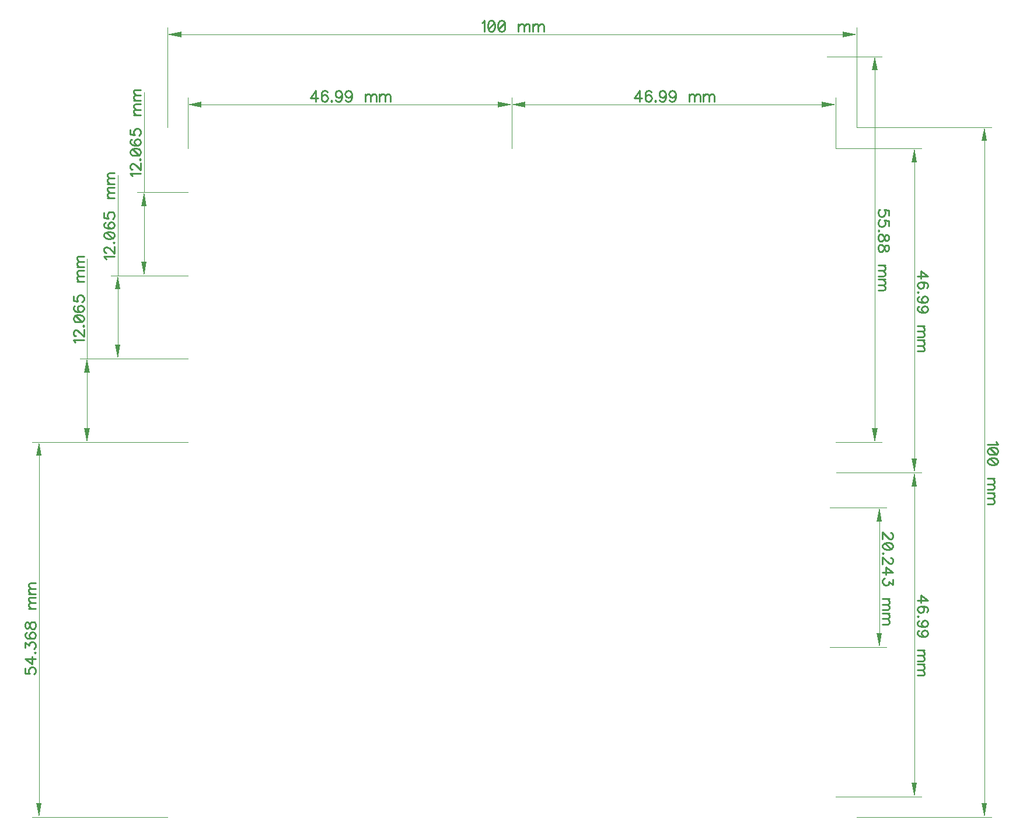
<source format=gbr>
G04 DipTrace 4.3.0.5*
G04 TopDimension.gbr*
%MOMM*%
G04 #@! TF.FileFunction,Drawing,Top*
G04 #@! TF.Part,Single*
%ADD15C,0.035*%
%ADD114C,0.23529*%
%FSLAX35Y35*%
G04*
G71*
G90*
G75*
G01*
G04 TopDimension*
%LPD*%
X5006877Y-4992253D2*
D15*
X6958000D1*
X5006877Y5007747D2*
X6958000D1*
X6858000Y7747D2*
Y-4792253D1*
G36*
Y-4992253D2*
X6818000Y-4792253D1*
X6898000D1*
X6858000Y-4992253D1*
G37*
Y7747D2*
D15*
Y4807747D1*
G36*
Y5007747D2*
X6898000Y4807747D1*
X6818000D1*
X6858000Y5007747D1*
G37*
X4617503Y-2532253D2*
D15*
X5434000D1*
X4617503Y-508000D2*
X5434000D1*
X5334000Y-1520127D2*
Y-2332253D1*
G36*
Y-2532253D2*
X5294000Y-2332253D1*
X5374000D1*
X5334000Y-2532253D1*
G37*
Y-1520127D2*
D15*
Y-708000D1*
G36*
Y-508000D2*
X5374000Y-708000D1*
X5294000D1*
X5334000Y-508000D1*
G37*
X-4993123Y5007747D2*
D15*
Y6450000D1*
X5006877Y5007747D2*
Y6450000D1*
X6877Y6350000D2*
X-4793123D1*
G36*
X-4993123D2*
X-4793123Y6390000D1*
Y6310000D1*
X-4993123Y6350000D1*
G37*
X6877D2*
D15*
X4806877D1*
G36*
X5006877D2*
X4806877Y6310000D1*
Y6390000D1*
X5006877Y6350000D1*
G37*
X-4699000Y4699000D2*
D15*
Y5434000D1*
X0Y4699000D2*
Y5434000D1*
X-2349500Y5334000D2*
X-4499000D1*
G36*
X-4699000D2*
X-4499000Y5374000D1*
Y5294000D1*
X-4699000Y5334000D1*
G37*
X-2349500D2*
D15*
X-200000D1*
G36*
X0D2*
X-200000Y5294000D1*
Y5374000D1*
X0Y5334000D1*
G37*
Y4699000D2*
D15*
Y5434000D1*
X4699000Y4699000D2*
Y5434000D1*
X2349500Y5334000D2*
X200000D1*
G36*
X0D2*
X200000Y5374000D1*
Y5294000D1*
X0Y5334000D1*
G37*
X2349500D2*
D15*
X4499000D1*
G36*
X4699000D2*
X4499000Y5294000D1*
Y5374000D1*
X4699000Y5334000D1*
G37*
Y4699000D2*
D15*
X5942000D1*
X4712753Y0D2*
X5942000D1*
X5842000Y2349500D2*
Y4499000D1*
G36*
Y4699000D2*
X5882000Y4499000D1*
X5802000D1*
X5842000Y4699000D1*
G37*
Y2349500D2*
D15*
Y200000D1*
G36*
Y0D2*
X5802000Y200000D1*
X5882000D1*
X5842000Y0D1*
G37*
X4699000Y-4699000D2*
D15*
X5942000D1*
X4712753Y0D2*
X5942000D1*
X5842000Y-2349500D2*
Y-4499000D1*
G36*
Y-4699000D2*
X5802000Y-4499000D1*
X5882000D1*
X5842000Y-4699000D1*
G37*
Y-2349500D2*
D15*
Y-200000D1*
G36*
Y0D2*
X5882000Y-200000D1*
X5802000D1*
X5842000Y0D1*
G37*
X-4993123Y-4992253D2*
D15*
X-6958000D1*
X-4699000Y444500D2*
X-6958000D1*
X-6858000Y-2273877D2*
Y-4792253D1*
G36*
Y-4992253D2*
X-6898000Y-4792253D1*
X-6818000D1*
X-6858000Y-4992253D1*
G37*
Y-2273877D2*
D15*
Y244500D1*
G36*
Y444500D2*
X-6818000Y244500D1*
X-6898000D1*
X-6858000Y444500D1*
G37*
X4572000Y6032500D2*
D15*
X5370500D1*
X4699000Y444500D2*
X5370500D1*
X5270500Y3238500D2*
Y5832500D1*
G36*
Y6032500D2*
X5310500Y5832500D1*
X5230500D1*
X5270500Y6032500D1*
G37*
Y3238500D2*
D15*
Y644500D1*
G36*
Y444500D2*
X5230500Y644500D1*
X5310500D1*
X5270500Y444500D1*
G37*
X-4699000Y4064000D2*
D15*
X-5434000D1*
X-4784000Y2857500D2*
X-5434000D1*
X-5334000Y3460750D2*
Y3864000D1*
G36*
Y4064000D2*
X-5294000Y3864000D1*
X-5374000D1*
X-5334000Y4064000D1*
G37*
Y3460750D2*
D15*
Y3057500D1*
G36*
Y2857500D2*
X-5374000Y3057500D1*
X-5294000D1*
X-5334000Y2857500D1*
G37*
Y5514786D2*
D15*
Y4064000D1*
X-4699000Y2857500D2*
X-5815000D1*
X-4699000Y1651000D2*
X-5815000D1*
X-5715000Y2254250D2*
Y2657500D1*
G36*
Y2857500D2*
X-5675000Y2657500D1*
X-5755000D1*
X-5715000Y2857500D1*
G37*
Y2254250D2*
D15*
Y1851000D1*
G36*
Y1651000D2*
X-5755000Y1851000D1*
X-5675000D1*
X-5715000Y1651000D1*
G37*
Y4308286D2*
D15*
Y2857500D1*
X-4699000Y1651000D2*
X-6259500D1*
X-4699000Y444500D2*
X-6259500D1*
X-6159500Y1047750D2*
Y1451000D1*
G36*
Y1651000D2*
X-6119500Y1451000D1*
X-6199500D1*
X-6159500Y1651000D1*
G37*
Y1047750D2*
D15*
Y644500D1*
G36*
Y444500D2*
X-6199500Y644500D1*
X-6119500D1*
X-6159500Y444500D1*
G37*
Y3101786D2*
D15*
Y1651000D1*
X7028342Y445077D2*
D114*
X7035755Y430421D1*
X7057486Y408521D1*
X6904523D1*
X7057486Y317662D2*
X7050242Y339562D1*
X7028342Y354218D1*
X6991955Y361462D1*
X6970055D1*
X6933667Y354218D1*
X6911767Y339562D1*
X6904523Y317662D1*
Y303174D1*
X6911767Y281274D1*
X6933667Y266787D1*
X6970055Y259374D1*
X6991955D1*
X7028342Y266787D1*
X7050242Y281274D1*
X7057486Y303174D1*
Y317662D1*
X7028342Y266787D2*
X6933667Y354218D1*
X7057486Y168516D2*
X7050242Y190416D1*
X7028342Y205072D1*
X6991955Y212316D1*
X6970055D1*
X6933667Y205072D1*
X6911767Y190416D1*
X6904523Y168516D1*
Y154028D1*
X6911767Y132128D1*
X6933667Y117640D1*
X6970055Y110228D1*
X6991955D1*
X7028342Y117640D1*
X7050242Y132128D1*
X7057486Y154028D1*
Y168516D1*
X7028342Y117640D2*
X6933667Y205072D1*
X7006611Y-84967D2*
X6904523D1*
X6977467D2*
X6999367Y-106867D1*
X7006611Y-121523D1*
Y-143254D1*
X6999367Y-157911D1*
X6977467Y-165154D1*
X6904523D1*
X6977467D2*
X6999367Y-187054D1*
X7006611Y-201711D1*
Y-223442D1*
X6999367Y-238098D1*
X6977467Y-245511D1*
X6904523D1*
X7006611Y-292569D2*
X6904523D1*
X6977467D2*
X6999367Y-314469D1*
X7006611Y-329125D1*
Y-350857D1*
X6999367Y-365513D1*
X6977467Y-372757D1*
X6904523D1*
X6977467D2*
X6999367Y-394657D1*
X7006611Y-409313D1*
Y-431045D1*
X6999367Y-445701D1*
X6977467Y-453113D1*
X6904523D1*
X5497098Y-873817D2*
X5504342D1*
X5518998Y-881061D1*
X5526242Y-888305D1*
X5533486Y-902961D1*
Y-932105D1*
X5526242Y-946592D1*
X5518998Y-953836D1*
X5504342Y-961248D1*
X5489855D1*
X5475198Y-953836D1*
X5453467Y-939348D1*
X5380523Y-866405D1*
Y-968492D1*
X5533486Y-1059351D2*
X5526242Y-1037451D1*
X5504342Y-1022795D1*
X5467955Y-1015551D1*
X5446055D1*
X5409667Y-1022795D1*
X5387767Y-1037451D1*
X5380523Y-1059351D1*
Y-1073839D1*
X5387767Y-1095739D1*
X5409667Y-1110226D1*
X5446055Y-1117639D1*
X5467955D1*
X5504342Y-1110226D1*
X5526242Y-1095739D1*
X5533486Y-1073839D1*
Y-1059351D1*
X5504342Y-1110226D2*
X5409667Y-1022795D1*
X5395179Y-1171941D2*
X5387767Y-1164698D1*
X5380523Y-1171941D1*
X5387767Y-1179354D1*
X5395179Y-1171941D1*
X5497098Y-1233825D2*
X5504342D1*
X5518998Y-1241069D1*
X5526242Y-1248313D1*
X5533486Y-1262969D1*
Y-1292113D1*
X5526242Y-1306600D1*
X5518998Y-1313844D1*
X5504342Y-1321256D1*
X5489855D1*
X5475198Y-1313844D1*
X5453467Y-1299356D1*
X5380523Y-1226413D1*
Y-1328500D1*
Y-1448503D2*
X5533486D1*
X5431567Y-1375559D1*
Y-1484891D1*
X5533486Y-1546606D2*
Y-1626625D1*
X5475198Y-1582993D1*
Y-1604893D1*
X5467955Y-1619381D1*
X5460711Y-1626625D1*
X5438811Y-1634037D1*
X5424323D1*
X5402423Y-1626625D1*
X5387767Y-1612137D1*
X5380523Y-1590237D1*
Y-1568337D1*
X5387767Y-1546606D1*
X5395179Y-1539362D1*
X5409667Y-1531949D1*
X5482611Y-1829232D2*
X5380523D1*
X5453467D2*
X5475367Y-1851132D1*
X5482611Y-1865788D1*
Y-1887519D1*
X5475367Y-1902176D1*
X5453467Y-1909419D1*
X5380523D1*
X5453467D2*
X5475367Y-1931319D1*
X5482611Y-1945976D1*
Y-1967707D1*
X5475367Y-1982363D1*
X5453467Y-1989776D1*
X5380523D1*
X5482611Y-2036834D2*
X5380523D1*
X5453467D2*
X5475367Y-2058734D1*
X5482611Y-2073391D1*
Y-2095122D1*
X5475367Y-2109778D1*
X5453467Y-2117022D1*
X5380523D1*
X5453467D2*
X5475367Y-2138922D1*
X5482611Y-2153578D1*
Y-2175310D1*
X5475367Y-2189966D1*
X5453467Y-2197378D1*
X5380523D1*
X-430454Y6520342D2*
X-415798Y6527755D1*
X-393898Y6549486D1*
Y6396523D1*
X-303039Y6549486D2*
X-324939Y6542242D1*
X-339595Y6520342D1*
X-346839Y6483955D1*
Y6462055D1*
X-339595Y6425667D1*
X-324939Y6403767D1*
X-303039Y6396523D1*
X-288551D1*
X-266651Y6403767D1*
X-252163Y6425667D1*
X-244751Y6462055D1*
Y6483955D1*
X-252163Y6520342D1*
X-266651Y6542242D1*
X-288551Y6549486D1*
X-303039D1*
X-252163Y6520342D2*
X-339595Y6425667D1*
X-153892Y6549486D2*
X-175792Y6542242D1*
X-190448Y6520342D1*
X-197692Y6483955D1*
Y6462055D1*
X-190448Y6425667D1*
X-175792Y6403767D1*
X-153892Y6396523D1*
X-139405D1*
X-117505Y6403767D1*
X-103017Y6425667D1*
X-95605Y6462055D1*
Y6483955D1*
X-103017Y6520342D1*
X-117505Y6542242D1*
X-139405Y6549486D1*
X-153892D1*
X-103017Y6520342D2*
X-190448Y6425667D1*
X99590Y6498611D2*
Y6396523D1*
Y6469467D2*
X121490Y6491367D1*
X136146Y6498611D1*
X157878D1*
X172534Y6491367D1*
X179778Y6469467D1*
Y6396523D1*
Y6469467D2*
X201678Y6491367D1*
X216334Y6498611D1*
X238065D1*
X252722Y6491367D1*
X260134Y6469467D1*
Y6396523D1*
X307193Y6498611D2*
Y6396523D1*
Y6469467D2*
X329093Y6491367D1*
X343749Y6498611D1*
X365480D1*
X380137Y6491367D1*
X387380Y6469467D1*
Y6396523D1*
Y6469467D2*
X409280Y6491367D1*
X423937Y6498611D1*
X445668D1*
X460324Y6491367D1*
X467737Y6469467D1*
Y6396523D1*
X-2844755Y5380523D2*
Y5533486D1*
X-2917699Y5431567D1*
X-2808367D1*
X-2673877Y5511755D2*
X-2681121Y5526242D1*
X-2703021Y5533486D1*
X-2717509D1*
X-2739409Y5526242D1*
X-2754065Y5504342D1*
X-2761309Y5467955D1*
Y5431567D1*
X-2754065Y5402423D1*
X-2739409Y5387767D1*
X-2717509Y5380523D1*
X-2710265D1*
X-2688533Y5387767D1*
X-2673877Y5402423D1*
X-2666633Y5424323D1*
Y5431567D1*
X-2673877Y5453467D1*
X-2688533Y5467955D1*
X-2710265Y5475198D1*
X-2717509D1*
X-2739409Y5467955D1*
X-2754065Y5453467D1*
X-2761309Y5431567D1*
X-2612330Y5395179D2*
X-2619574Y5387767D1*
X-2612330Y5380523D1*
X-2604918Y5387767D1*
X-2612330Y5395179D1*
X-2463015Y5482611D2*
X-2470428Y5460711D1*
X-2484915Y5446055D1*
X-2506815Y5438811D1*
X-2514059D1*
X-2535959Y5446055D1*
X-2550447Y5460711D1*
X-2557859Y5482611D1*
Y5489855D1*
X-2550447Y5511755D1*
X-2535959Y5526242D1*
X-2514059Y5533486D1*
X-2506815D1*
X-2484915Y5526242D1*
X-2470428Y5511755D1*
X-2463015Y5482611D1*
Y5446055D1*
X-2470428Y5409667D1*
X-2484915Y5387767D1*
X-2506815Y5380523D1*
X-2521303D1*
X-2543203Y5387767D1*
X-2550447Y5402423D1*
X-2321113Y5482611D2*
X-2328525Y5460711D1*
X-2343013Y5446055D1*
X-2364913Y5438811D1*
X-2372157D1*
X-2394057Y5446055D1*
X-2408544Y5460711D1*
X-2415957Y5482611D1*
Y5489855D1*
X-2408544Y5511755D1*
X-2394057Y5526242D1*
X-2372157Y5533486D1*
X-2364913D1*
X-2343013Y5526242D1*
X-2328525Y5511755D1*
X-2321113Y5482611D1*
Y5446055D1*
X-2328525Y5409667D1*
X-2343013Y5387767D1*
X-2364913Y5380523D1*
X-2379400D1*
X-2401300Y5387767D1*
X-2408544Y5402423D1*
X-2125918Y5482611D2*
Y5380523D1*
Y5453467D2*
X-2104018Y5475367D1*
X-2089362Y5482611D1*
X-2067631D1*
X-2052974Y5475367D1*
X-2045731Y5453467D1*
Y5380523D1*
Y5453467D2*
X-2023831Y5475367D1*
X-2009174Y5482611D1*
X-1987443D1*
X-1972787Y5475367D1*
X-1965374Y5453467D1*
Y5380523D1*
X-1918316Y5482611D2*
Y5380523D1*
Y5453467D2*
X-1896416Y5475367D1*
X-1881759Y5482611D1*
X-1860028D1*
X-1845372Y5475367D1*
X-1838128Y5453467D1*
Y5380523D1*
Y5453467D2*
X-1816228Y5475367D1*
X-1801572Y5482611D1*
X-1779840D1*
X-1765184Y5475367D1*
X-1757772Y5453467D1*
Y5380523D1*
X1854245D2*
Y5533486D1*
X1781301Y5431567D1*
X1890633D1*
X2025123Y5511755D2*
X2017879Y5526242D1*
X1995979Y5533486D1*
X1981491D1*
X1959591Y5526242D1*
X1944935Y5504342D1*
X1937691Y5467955D1*
Y5431567D1*
X1944935Y5402423D1*
X1959591Y5387767D1*
X1981491Y5380523D1*
X1988735D1*
X2010467Y5387767D1*
X2025123Y5402423D1*
X2032367Y5424323D1*
Y5431567D1*
X2025123Y5453467D1*
X2010467Y5467955D1*
X1988735Y5475198D1*
X1981491D1*
X1959591Y5467955D1*
X1944935Y5453467D1*
X1937691Y5431567D1*
X2086670Y5395179D2*
X2079426Y5387767D1*
X2086670Y5380523D1*
X2094082Y5387767D1*
X2086670Y5395179D1*
X2235985Y5482611D2*
X2228572Y5460711D1*
X2214085Y5446055D1*
X2192185Y5438811D1*
X2184941D1*
X2163041Y5446055D1*
X2148553Y5460711D1*
X2141141Y5482611D1*
Y5489855D1*
X2148553Y5511755D1*
X2163041Y5526242D1*
X2184941Y5533486D1*
X2192185D1*
X2214085Y5526242D1*
X2228572Y5511755D1*
X2235985Y5482611D1*
Y5446055D1*
X2228572Y5409667D1*
X2214085Y5387767D1*
X2192185Y5380523D1*
X2177697D1*
X2155797Y5387767D1*
X2148553Y5402423D1*
X2377887Y5482611D2*
X2370475Y5460711D1*
X2355987Y5446055D1*
X2334087Y5438811D1*
X2326843D1*
X2304943Y5446055D1*
X2290456Y5460711D1*
X2283043Y5482611D1*
Y5489855D1*
X2290456Y5511755D1*
X2304943Y5526242D1*
X2326843Y5533486D1*
X2334087D1*
X2355987Y5526242D1*
X2370475Y5511755D1*
X2377887Y5482611D1*
Y5446055D1*
X2370475Y5409667D1*
X2355987Y5387767D1*
X2334087Y5380523D1*
X2319600D1*
X2297700Y5387767D1*
X2290456Y5402423D1*
X2573082Y5482611D2*
Y5380523D1*
Y5453467D2*
X2594982Y5475367D1*
X2609638Y5482611D1*
X2631369D1*
X2646026Y5475367D1*
X2653269Y5453467D1*
Y5380523D1*
Y5453467D2*
X2675169Y5475367D1*
X2689826Y5482611D1*
X2711557D1*
X2726213Y5475367D1*
X2733626Y5453467D1*
Y5380523D1*
X2780684Y5482611D2*
Y5380523D1*
Y5453467D2*
X2802584Y5475367D1*
X2817241Y5482611D1*
X2838972D1*
X2853628Y5475367D1*
X2860872Y5453467D1*
Y5380523D1*
Y5453467D2*
X2882772Y5475367D1*
X2897428Y5482611D1*
X2919160D1*
X2933816Y5475367D1*
X2941228Y5453467D1*
Y5380523D1*
X5888523Y2844755D2*
X6041486D1*
X5939567Y2917699D1*
Y2808367D1*
X6019755Y2673877D2*
X6034242Y2681121D1*
X6041486Y2703021D1*
Y2717509D1*
X6034242Y2739409D1*
X6012342Y2754065D1*
X5975955Y2761309D1*
X5939567D1*
X5910423Y2754065D1*
X5895767Y2739409D1*
X5888523Y2717509D1*
Y2710265D1*
X5895767Y2688533D1*
X5910423Y2673877D1*
X5932323Y2666633D1*
X5939567D1*
X5961467Y2673877D1*
X5975955Y2688533D1*
X5983198Y2710265D1*
Y2717509D1*
X5975955Y2739409D1*
X5961467Y2754065D1*
X5939567Y2761309D1*
X5903179Y2612330D2*
X5895767Y2619574D1*
X5888523Y2612330D1*
X5895767Y2604918D1*
X5903179Y2612330D1*
X5990611Y2463015D2*
X5968711Y2470428D1*
X5954055Y2484915D1*
X5946811Y2506815D1*
Y2514059D1*
X5954055Y2535959D1*
X5968711Y2550447D1*
X5990611Y2557859D1*
X5997855D1*
X6019755Y2550447D1*
X6034242Y2535959D1*
X6041486Y2514059D1*
Y2506815D1*
X6034242Y2484915D1*
X6019755Y2470428D1*
X5990611Y2463015D1*
X5954055D1*
X5917667Y2470428D1*
X5895767Y2484915D1*
X5888523Y2506815D1*
Y2521303D1*
X5895767Y2543203D1*
X5910423Y2550447D1*
X5990611Y2321113D2*
X5968711Y2328525D1*
X5954055Y2343013D1*
X5946811Y2364913D1*
Y2372157D1*
X5954055Y2394057D1*
X5968711Y2408544D1*
X5990611Y2415957D1*
X5997855D1*
X6019755Y2408544D1*
X6034242Y2394057D1*
X6041486Y2372157D1*
Y2364913D1*
X6034242Y2343013D1*
X6019755Y2328525D1*
X5990611Y2321113D1*
X5954055D1*
X5917667Y2328525D1*
X5895767Y2343013D1*
X5888523Y2364913D1*
Y2379400D1*
X5895767Y2401300D1*
X5910423Y2408544D1*
X5990611Y2125918D2*
X5888523D1*
X5961467D2*
X5983367Y2104018D1*
X5990611Y2089362D1*
Y2067631D1*
X5983367Y2052974D1*
X5961467Y2045731D1*
X5888523D1*
X5961467D2*
X5983367Y2023831D1*
X5990611Y2009174D1*
Y1987443D1*
X5983367Y1972787D1*
X5961467Y1965374D1*
X5888523D1*
X5990611Y1918316D2*
X5888523D1*
X5961467D2*
X5983367Y1896416D1*
X5990611Y1881759D1*
Y1860028D1*
X5983367Y1845372D1*
X5961467Y1838128D1*
X5888523D1*
X5961467D2*
X5983367Y1816228D1*
X5990611Y1801572D1*
Y1779840D1*
X5983367Y1765184D1*
X5961467Y1757772D1*
X5888523D1*
Y-1854245D2*
X6041486D1*
X5939567Y-1781301D1*
Y-1890633D1*
X6019755Y-2025123D2*
X6034242Y-2017879D1*
X6041486Y-1995979D1*
Y-1981491D1*
X6034242Y-1959591D1*
X6012342Y-1944935D1*
X5975955Y-1937691D1*
X5939567D1*
X5910423Y-1944935D1*
X5895767Y-1959591D1*
X5888523Y-1981491D1*
Y-1988735D1*
X5895767Y-2010467D1*
X5910423Y-2025123D1*
X5932323Y-2032367D1*
X5939567D1*
X5961467Y-2025123D1*
X5975955Y-2010467D1*
X5983198Y-1988735D1*
Y-1981491D1*
X5975955Y-1959591D1*
X5961467Y-1944935D1*
X5939567Y-1937691D1*
X5903179Y-2086670D2*
X5895767Y-2079426D1*
X5888523Y-2086670D1*
X5895767Y-2094082D1*
X5903179Y-2086670D1*
X5990611Y-2235985D2*
X5968711Y-2228572D1*
X5954055Y-2214085D1*
X5946811Y-2192185D1*
Y-2184941D1*
X5954055Y-2163041D1*
X5968711Y-2148553D1*
X5990611Y-2141141D1*
X5997855D1*
X6019755Y-2148553D1*
X6034242Y-2163041D1*
X6041486Y-2184941D1*
Y-2192185D1*
X6034242Y-2214085D1*
X6019755Y-2228572D1*
X5990611Y-2235985D1*
X5954055D1*
X5917667Y-2228572D1*
X5895767Y-2214085D1*
X5888523Y-2192185D1*
Y-2177697D1*
X5895767Y-2155797D1*
X5910423Y-2148553D1*
X5990611Y-2377887D2*
X5968711Y-2370475D1*
X5954055Y-2355987D1*
X5946811Y-2334087D1*
Y-2326843D1*
X5954055Y-2304943D1*
X5968711Y-2290456D1*
X5990611Y-2283043D1*
X5997855D1*
X6019755Y-2290456D1*
X6034242Y-2304943D1*
X6041486Y-2326843D1*
Y-2334087D1*
X6034242Y-2355987D1*
X6019755Y-2370475D1*
X5990611Y-2377887D1*
X5954055D1*
X5917667Y-2370475D1*
X5895767Y-2355987D1*
X5888523Y-2334087D1*
Y-2319600D1*
X5895767Y-2297700D1*
X5910423Y-2290456D1*
X5990611Y-2573082D2*
X5888523D1*
X5961467D2*
X5983367Y-2594982D1*
X5990611Y-2609638D1*
Y-2631369D1*
X5983367Y-2646026D1*
X5961467Y-2653269D1*
X5888523D1*
X5961467D2*
X5983367Y-2675169D1*
X5990611Y-2689826D1*
Y-2711557D1*
X5983367Y-2726213D1*
X5961467Y-2733626D1*
X5888523D1*
X5990611Y-2780684D2*
X5888523D1*
X5961467D2*
X5983367Y-2802584D1*
X5990611Y-2817241D1*
Y-2838972D1*
X5983367Y-2853628D1*
X5961467Y-2860872D1*
X5888523D1*
X5961467D2*
X5983367Y-2882772D1*
X5990611Y-2897428D1*
Y-2919160D1*
X5983367Y-2933816D1*
X5961467Y-2941228D1*
X5888523D1*
X-7057486Y-2836377D2*
Y-2909152D1*
X-6991955Y-2916396D1*
X-6999198Y-2909152D1*
X-7006611Y-2887252D1*
Y-2865521D1*
X-6999198Y-2843621D1*
X-6984711Y-2828965D1*
X-6962811Y-2821721D1*
X-6948323D1*
X-6926423Y-2828965D1*
X-6911767Y-2843621D1*
X-6904523Y-2865521D1*
Y-2887252D1*
X-6911767Y-2909152D1*
X-6919179Y-2916396D1*
X-6933667Y-2923808D1*
X-6904523Y-2701718D2*
X-7057486D1*
X-6955567Y-2774662D1*
Y-2665330D1*
X-6919179Y-2611028D2*
X-6911767Y-2618272D1*
X-6904523Y-2611028D1*
X-6911767Y-2603615D1*
X-6919179Y-2611028D1*
X-7057486Y-2541900D2*
Y-2461881D1*
X-6999198Y-2505513D1*
Y-2483613D1*
X-6991955Y-2469125D1*
X-6984711Y-2461881D1*
X-6962811Y-2454469D1*
X-6948323D1*
X-6926423Y-2461881D1*
X-6911767Y-2476369D1*
X-6904523Y-2498269D1*
Y-2520169D1*
X-6911767Y-2541900D1*
X-6919179Y-2549144D1*
X-6933667Y-2556557D1*
X-7035755Y-2319978D2*
X-7050242Y-2327222D1*
X-7057486Y-2349122D1*
Y-2363610D1*
X-7050242Y-2385510D1*
X-7028342Y-2400166D1*
X-6991955Y-2407410D1*
X-6955567D1*
X-6926423Y-2400166D1*
X-6911767Y-2385510D1*
X-6904523Y-2363610D1*
Y-2356366D1*
X-6911767Y-2334635D1*
X-6926423Y-2319978D1*
X-6948323Y-2312735D1*
X-6955567D1*
X-6977467Y-2319978D1*
X-6991955Y-2334635D1*
X-6999198Y-2356366D1*
Y-2363610D1*
X-6991955Y-2385510D1*
X-6977467Y-2400166D1*
X-6955567Y-2407410D1*
X-7057486Y-2229288D2*
X-7050242Y-2251020D1*
X-7035755Y-2258432D1*
X-7021098D1*
X-7006611Y-2251020D1*
X-6999198Y-2236532D1*
X-6991955Y-2207388D1*
X-6984711Y-2185488D1*
X-6970055Y-2171000D1*
X-6955567Y-2163757D1*
X-6933667D1*
X-6919179Y-2171000D1*
X-6911767Y-2178244D1*
X-6904523Y-2200144D1*
Y-2229288D1*
X-6911767Y-2251020D1*
X-6919179Y-2258432D1*
X-6933667Y-2265676D1*
X-6955567D1*
X-6970055Y-2258432D1*
X-6984711Y-2243776D1*
X-6991955Y-2222044D1*
X-6999198Y-2192900D1*
X-7006611Y-2178244D1*
X-7021098Y-2171000D1*
X-7035755D1*
X-7050242Y-2178244D1*
X-7057486Y-2200144D1*
Y-2229288D1*
X-7006611Y-1968562D2*
X-6904523D1*
X-6977467D2*
X-6999367Y-1946662D1*
X-7006611Y-1932006D1*
Y-1910274D1*
X-6999367Y-1895618D1*
X-6977467Y-1888374D1*
X-6904523D1*
X-6977467D2*
X-6999367Y-1866474D1*
X-7006611Y-1851818D1*
Y-1830087D1*
X-6999367Y-1815430D1*
X-6977467Y-1808018D1*
X-6904523D1*
X-7006611Y-1760959D2*
X-6904523D1*
X-6977467D2*
X-6999367Y-1739059D1*
X-7006611Y-1724403D1*
Y-1702672D1*
X-6999367Y-1688016D1*
X-6977467Y-1680772D1*
X-6904523D1*
X-6977467D2*
X-6999367Y-1658872D1*
X-7006611Y-1644216D1*
Y-1622484D1*
X-6999367Y-1607828D1*
X-6977467Y-1600416D1*
X-6904523D1*
X5469986Y3726427D2*
Y3799202D1*
X5404455Y3806446D1*
X5411698Y3799202D1*
X5419111Y3777302D1*
Y3755571D1*
X5411698Y3733671D1*
X5397211Y3719015D1*
X5375311Y3711771D1*
X5360823D1*
X5338923Y3719015D1*
X5324267Y3733671D1*
X5317023Y3755571D1*
Y3777302D1*
X5324267Y3799202D1*
X5331679Y3806446D1*
X5346167Y3813858D1*
X5469986Y3577280D2*
Y3650056D1*
X5404455Y3657300D1*
X5411698Y3650056D1*
X5419111Y3628156D1*
Y3606424D1*
X5411698Y3584524D1*
X5397211Y3569868D1*
X5375311Y3562624D1*
X5360823D1*
X5338923Y3569868D1*
X5324267Y3584524D1*
X5317023Y3606424D1*
Y3628156D1*
X5324267Y3650056D1*
X5331679Y3657300D1*
X5346167Y3664712D1*
X5331679Y3508322D2*
X5324267Y3515565D1*
X5317023Y3508322D1*
X5324267Y3500909D1*
X5331679Y3508322D1*
X5469986Y3417463D2*
X5462742Y3439194D1*
X5448255Y3446607D1*
X5433598D1*
X5419111Y3439194D1*
X5411698Y3424707D1*
X5404455Y3395563D1*
X5397211Y3373663D1*
X5382555Y3359175D1*
X5368067Y3351931D1*
X5346167D1*
X5331679Y3359175D1*
X5324267Y3366419D1*
X5317023Y3388319D1*
Y3417463D1*
X5324267Y3439194D1*
X5331679Y3446607D1*
X5346167Y3453850D1*
X5368067D1*
X5382555Y3446607D1*
X5397211Y3431950D1*
X5404455Y3410219D1*
X5411698Y3381075D1*
X5419111Y3366419D1*
X5433598Y3359175D1*
X5448255D1*
X5462742Y3366419D1*
X5469986Y3388319D1*
Y3417463D1*
Y3268485D2*
X5462742Y3290216D1*
X5448255Y3297629D1*
X5433598D1*
X5419111Y3290216D1*
X5411698Y3275729D1*
X5404455Y3246585D1*
X5397211Y3224685D1*
X5382555Y3210197D1*
X5368067Y3202953D1*
X5346167D1*
X5331679Y3210197D1*
X5324267Y3217441D1*
X5317023Y3239341D1*
Y3268485D1*
X5324267Y3290216D1*
X5331679Y3297629D1*
X5346167Y3304872D1*
X5368067D1*
X5382555Y3297629D1*
X5397211Y3282972D1*
X5404455Y3261241D1*
X5411698Y3232097D1*
X5419111Y3217441D1*
X5433598Y3210197D1*
X5448255D1*
X5462742Y3217441D1*
X5469986Y3239341D1*
Y3268485D1*
X5419111Y3007759D2*
X5317023D1*
X5389967D2*
X5411867Y2985859D1*
X5419111Y2971202D1*
Y2949471D1*
X5411867Y2934815D1*
X5389967Y2927571D1*
X5317023D1*
X5389967D2*
X5411867Y2905671D1*
X5419111Y2891015D1*
Y2869283D1*
X5411867Y2854627D1*
X5389967Y2847215D1*
X5317023D1*
X5419111Y2800156D2*
X5317023D1*
X5389967D2*
X5411867Y2778256D1*
X5419111Y2763600D1*
Y2741868D1*
X5411867Y2727212D1*
X5389967Y2719968D1*
X5317023D1*
X5389967D2*
X5411867Y2698068D1*
X5419111Y2683412D1*
Y2661681D1*
X5411867Y2647024D1*
X5389967Y2639612D1*
X5317023D1*
X-5504342Y4299294D2*
X-5511755Y4313950D1*
X-5533486Y4335850D1*
X-5380523D1*
X-5497098Y4390321D2*
X-5504342D1*
X-5518998Y4397565D1*
X-5526242Y4404809D1*
X-5533486Y4419465D1*
Y4448609D1*
X-5526242Y4463097D1*
X-5518998Y4470341D1*
X-5504342Y4477753D1*
X-5489855D1*
X-5475198Y4470341D1*
X-5453467Y4455853D1*
X-5380523Y4382909D1*
Y4484997D1*
X-5395179Y4539299D2*
X-5387767Y4532056D1*
X-5380523Y4539299D1*
X-5387767Y4546712D1*
X-5395179Y4539299D1*
X-5533486Y4637571D2*
X-5526242Y4615671D1*
X-5504342Y4601014D1*
X-5467955Y4593771D1*
X-5446055D1*
X-5409667Y4601014D1*
X-5387767Y4615671D1*
X-5380523Y4637571D1*
Y4652058D1*
X-5387767Y4673958D1*
X-5409667Y4688446D1*
X-5446055Y4695858D1*
X-5467955D1*
X-5504342Y4688446D1*
X-5526242Y4673958D1*
X-5533486Y4652058D1*
Y4637571D1*
X-5504342Y4688446D2*
X-5409667Y4601014D1*
X-5511755Y4830349D2*
X-5526242Y4823105D1*
X-5533486Y4801205D1*
Y4786717D1*
X-5526242Y4764817D1*
X-5504342Y4750161D1*
X-5467955Y4742917D1*
X-5431567D1*
X-5402423Y4750161D1*
X-5387767Y4764817D1*
X-5380523Y4786717D1*
Y4793961D1*
X-5387767Y4815692D1*
X-5402423Y4830349D1*
X-5424323Y4837592D1*
X-5431567D1*
X-5453467Y4830349D1*
X-5467955Y4815692D1*
X-5475198Y4793961D1*
Y4786717D1*
X-5467955Y4764817D1*
X-5453467Y4750161D1*
X-5431567Y4742917D1*
X-5533486Y4972083D2*
Y4899307D1*
X-5467955Y4892064D1*
X-5475198Y4899307D1*
X-5482611Y4921207D1*
Y4942939D1*
X-5475198Y4964839D1*
X-5460711Y4979495D1*
X-5438811Y4986739D1*
X-5424323D1*
X-5402423Y4979495D1*
X-5387767Y4964839D1*
X-5380523Y4942939D1*
Y4921207D1*
X-5387767Y4899307D1*
X-5395179Y4892064D1*
X-5409667Y4884651D1*
X-5482611Y5181934D2*
X-5380523D1*
X-5453467D2*
X-5475367Y5203834D1*
X-5482611Y5218490D1*
Y5240221D1*
X-5475367Y5254877D1*
X-5453467Y5262121D1*
X-5380523D1*
X-5453467D2*
X-5475367Y5284021D1*
X-5482611Y5298677D1*
Y5320409D1*
X-5475367Y5335065D1*
X-5453467Y5342477D1*
X-5380523D1*
X-5482611Y5389536D2*
X-5380523D1*
X-5453467D2*
X-5475367Y5411436D1*
X-5482611Y5426092D1*
Y5447824D1*
X-5475367Y5462480D1*
X-5453467Y5469724D1*
X-5380523D1*
X-5453467D2*
X-5475367Y5491624D1*
X-5482611Y5506280D1*
Y5528012D1*
X-5475367Y5542668D1*
X-5453467Y5550080D1*
X-5380523D1*
X-5885342Y3092794D2*
X-5892755Y3107450D1*
X-5914486Y3129350D1*
X-5761523D1*
X-5878098Y3183821D2*
X-5885342D1*
X-5899998Y3191065D1*
X-5907242Y3198309D1*
X-5914486Y3212965D1*
Y3242109D1*
X-5907242Y3256597D1*
X-5899998Y3263841D1*
X-5885342Y3271253D1*
X-5870855D1*
X-5856198Y3263841D1*
X-5834467Y3249353D1*
X-5761523Y3176409D1*
Y3278497D1*
X-5776179Y3332799D2*
X-5768767Y3325556D1*
X-5761523Y3332799D1*
X-5768767Y3340212D1*
X-5776179Y3332799D1*
X-5914486Y3431071D2*
X-5907242Y3409171D1*
X-5885342Y3394514D1*
X-5848955Y3387271D1*
X-5827055D1*
X-5790667Y3394514D1*
X-5768767Y3409171D1*
X-5761523Y3431071D1*
Y3445558D1*
X-5768767Y3467458D1*
X-5790667Y3481946D1*
X-5827055Y3489358D1*
X-5848955D1*
X-5885342Y3481946D1*
X-5907242Y3467458D1*
X-5914486Y3445558D1*
Y3431071D1*
X-5885342Y3481946D2*
X-5790667Y3394514D1*
X-5892755Y3623849D2*
X-5907242Y3616605D1*
X-5914486Y3594705D1*
Y3580217D1*
X-5907242Y3558317D1*
X-5885342Y3543661D1*
X-5848955Y3536417D1*
X-5812567D1*
X-5783423Y3543661D1*
X-5768767Y3558317D1*
X-5761523Y3580217D1*
Y3587461D1*
X-5768767Y3609192D1*
X-5783423Y3623849D1*
X-5805323Y3631092D1*
X-5812567D1*
X-5834467Y3623849D1*
X-5848955Y3609192D1*
X-5856198Y3587461D1*
Y3580217D1*
X-5848955Y3558317D1*
X-5834467Y3543661D1*
X-5812567Y3536417D1*
X-5914486Y3765583D2*
Y3692807D1*
X-5848955Y3685564D1*
X-5856198Y3692807D1*
X-5863611Y3714707D1*
Y3736439D1*
X-5856198Y3758339D1*
X-5841711Y3772995D1*
X-5819811Y3780239D1*
X-5805323D1*
X-5783423Y3772995D1*
X-5768767Y3758339D1*
X-5761523Y3736439D1*
Y3714707D1*
X-5768767Y3692807D1*
X-5776179Y3685564D1*
X-5790667Y3678151D1*
X-5863611Y3975434D2*
X-5761523D1*
X-5834467D2*
X-5856367Y3997334D1*
X-5863611Y4011990D1*
Y4033721D1*
X-5856367Y4048377D1*
X-5834467Y4055621D1*
X-5761523D1*
X-5834467D2*
X-5856367Y4077521D1*
X-5863611Y4092177D1*
Y4113909D1*
X-5856367Y4128565D1*
X-5834467Y4135977D1*
X-5761523D1*
X-5863611Y4183036D2*
X-5761523D1*
X-5834467D2*
X-5856367Y4204936D1*
X-5863611Y4219592D1*
Y4241324D1*
X-5856367Y4255980D1*
X-5834467Y4263224D1*
X-5761523D1*
X-5834467D2*
X-5856367Y4285124D1*
X-5863611Y4299780D1*
Y4321512D1*
X-5856367Y4336168D1*
X-5834467Y4343580D1*
X-5761523D1*
X-6329842Y1886294D2*
X-6337255Y1900950D1*
X-6358986Y1922850D1*
X-6206023D1*
X-6322598Y1977321D2*
X-6329842D1*
X-6344498Y1984565D1*
X-6351742Y1991809D1*
X-6358986Y2006465D1*
Y2035609D1*
X-6351742Y2050097D1*
X-6344498Y2057341D1*
X-6329842Y2064753D1*
X-6315355D1*
X-6300698Y2057341D1*
X-6278967Y2042853D1*
X-6206023Y1969909D1*
Y2071997D1*
X-6220679Y2126299D2*
X-6213267Y2119056D1*
X-6206023Y2126299D1*
X-6213267Y2133712D1*
X-6220679Y2126299D1*
X-6358986Y2224571D2*
X-6351742Y2202671D1*
X-6329842Y2188014D1*
X-6293455Y2180771D1*
X-6271555D1*
X-6235167Y2188014D1*
X-6213267Y2202671D1*
X-6206023Y2224571D1*
Y2239058D1*
X-6213267Y2260958D1*
X-6235167Y2275446D1*
X-6271555Y2282858D1*
X-6293455D1*
X-6329842Y2275446D1*
X-6351742Y2260958D1*
X-6358986Y2239058D1*
Y2224571D1*
X-6329842Y2275446D2*
X-6235167Y2188014D1*
X-6337255Y2417349D2*
X-6351742Y2410105D1*
X-6358986Y2388205D1*
Y2373717D1*
X-6351742Y2351817D1*
X-6329842Y2337161D1*
X-6293455Y2329917D1*
X-6257067D1*
X-6227923Y2337161D1*
X-6213267Y2351817D1*
X-6206023Y2373717D1*
Y2380961D1*
X-6213267Y2402692D1*
X-6227923Y2417349D1*
X-6249823Y2424592D1*
X-6257067D1*
X-6278967Y2417349D1*
X-6293455Y2402692D1*
X-6300698Y2380961D1*
Y2373717D1*
X-6293455Y2351817D1*
X-6278967Y2337161D1*
X-6257067Y2329917D1*
X-6358986Y2559083D2*
Y2486307D1*
X-6293455Y2479064D1*
X-6300698Y2486307D1*
X-6308111Y2508207D1*
Y2529939D1*
X-6300698Y2551839D1*
X-6286211Y2566495D1*
X-6264311Y2573739D1*
X-6249823D1*
X-6227923Y2566495D1*
X-6213267Y2551839D1*
X-6206023Y2529939D1*
Y2508207D1*
X-6213267Y2486307D1*
X-6220679Y2479064D1*
X-6235167Y2471651D1*
X-6308111Y2768934D2*
X-6206023D1*
X-6278967D2*
X-6300867Y2790834D1*
X-6308111Y2805490D1*
Y2827221D1*
X-6300867Y2841877D1*
X-6278967Y2849121D1*
X-6206023D1*
X-6278967D2*
X-6300867Y2871021D1*
X-6308111Y2885677D1*
Y2907409D1*
X-6300867Y2922065D1*
X-6278967Y2929477D1*
X-6206023D1*
X-6308111Y2976536D2*
X-6206023D1*
X-6278967D2*
X-6300867Y2998436D1*
X-6308111Y3013092D1*
Y3034824D1*
X-6300867Y3049480D1*
X-6278967Y3056724D1*
X-6206023D1*
X-6278967D2*
X-6300867Y3078624D1*
X-6308111Y3093280D1*
Y3115012D1*
X-6300867Y3129668D1*
X-6278967Y3137080D1*
X-6206023D1*
M02*

</source>
